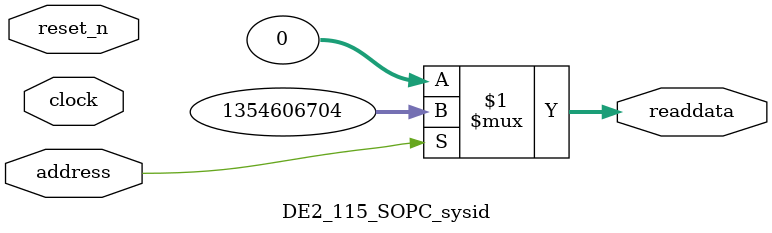
<source format=v>

`timescale 1ns / 1ps
// synthesis translate_on

// turn off superfluous verilog processor warnings 
// altera message_level Level1 
// altera message_off 10034 10035 10036 10037 10230 10240 10030 

module DE2_115_SOPC_sysid (
               // inputs:
                address,
                clock,
                reset_n,

               // outputs:
                readdata
             )
;

  output  [ 31: 0] readdata;
  input            address;
  input            clock;
  input            reset_n;

  wire    [ 31: 0] readdata;
  //control_slave, which is an e_avalon_slave
  assign readdata = address ? 1354606704 : 0;

endmodule




</source>
